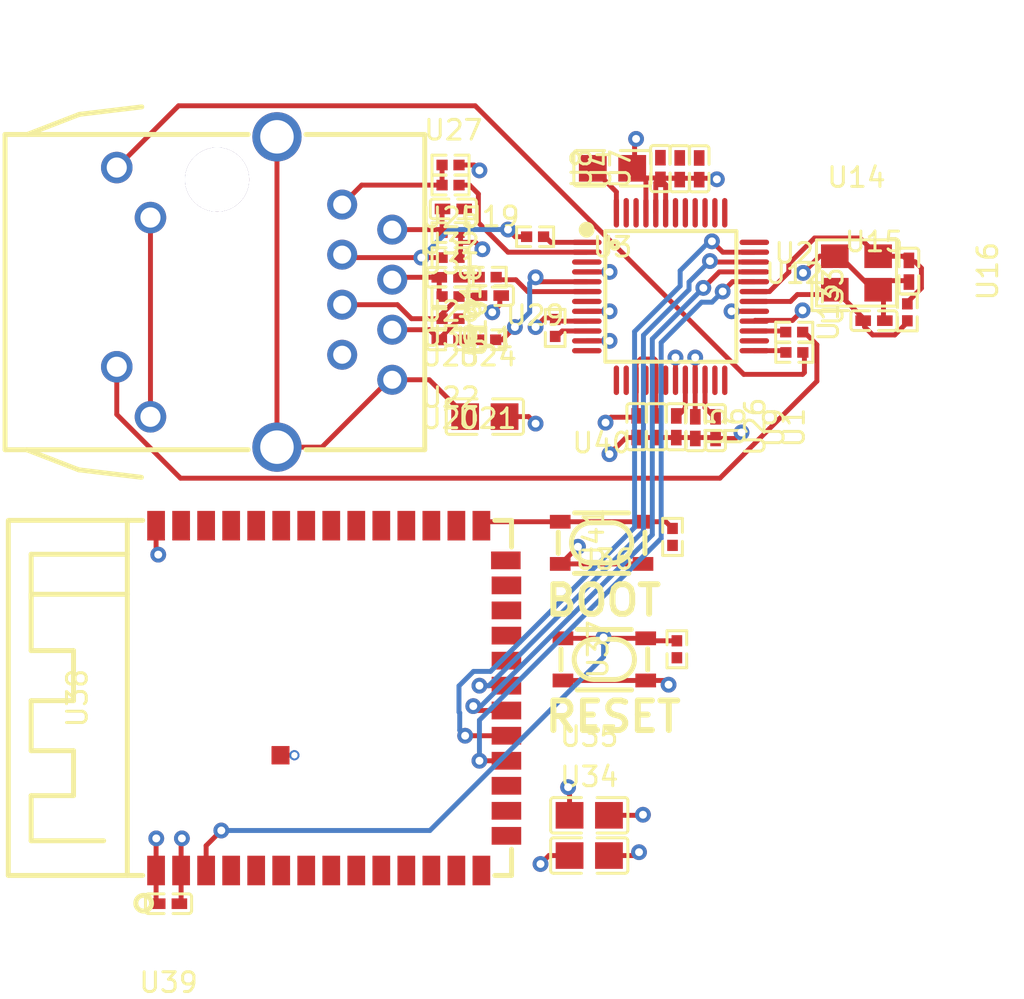
<source format=kicad_pcb>
(kicad_pcb (version 20240108) (generator "pcbnew") (generator_version "8.0")
  (layers (0 "F.Cu" signal) (31 "B.Cu" signal) (34 "B.Paste" user) (35 "F.Paste" user) (36 "B.SilkS" user "B.Silkscreen") (37 "F.SilkS" user "F.Silkscreen") (38 "B.Mask" user) (39 "F.Mask" user) (44 "Edge.Cuts" user))
  (net 0 "")
  (net 1 "line-1")
  (net 2 "RD_minus")
  (net 3 "io14")
  (net 4 "TXN")
  (net 5 "TXD0")
  (net 6 "TXP")
  (net 7 "io15")
  (net 8 "io21")
  (net 9 "RCT")
  (net 10 "xout")
  (net 11 "TOCAP")
  (net 12 "io16")
  (net 13 "io35")
  (net 14 "io17")
  (net 15 "mosi")
  (net 16 "RXN")
  (net 17 "TD_minus")
  (net 18 "xin")
  (net 19 "interrupt")
  (net 20 "io18")
  (net 21 "RLED_minus")
  (net 22 "EXRES1")
  (net 23 "tck")
  (net 24 "ACTLED")
  (net 25 "ethernet-net")
  (net 26 "SPDLED")
  (net 27 "io37")
  (net 28 "io36")
  (net 29 "io9")
  (net 30 "dm")
  (net 31 "io45")
  (net 32 "ethernet-net-1")
  (net 33 "miso")
  (net 34 "VBG")
  (net 35 "sck")
  (net 36 "io46")
  (net 37 "DUPLED")
  (net 38 "CGND")
  (net 39 "dp")
  (net 40 "tdi")
  (net 41 "tdo")
  (net 42 "reset")
  (net 43 "io5")
  (net 44 "RXP")
  (net 45 "io1")
  (net 46 "io47")
  (net 47 "RD_plus")
  (net 48 "io4")
  (net 49 "io3")
  (net 50 "hv")
  (net 51 "tms")
  (net 52 "TCT")
  (net 53 "io48")
  (net 54 "RXD0")
  (net 55 "in-1")
  (net 56 "TD_plus")
  (net 57 "io38")
  (net 58 "_1V2O")
  (net 59 "cs")
  (net 60 "LLED_minus")
  (net 61 "io8")
  (net 62 "gnd")
  (net 63 "io2")
  (net 64 "line")
  (net 65 "LINKLED")
  (net 66 "in")
  (footprint "atopile:R0402-56259e" (layer "F.Cu") (at 141.833575 84.400822)
    (property "Reference" "U25" (hide yes))
    (property "Value" "49.9Ω ±1% 62.5mW")
  )
  (footprint "atopile:C0402-b3ef17" (layer "F.Cu") (at 154.451634 77.917987 90)
    (property "Reference" "U7" (hide yes))
    (property "Value" "100nF ±10% 16V X7R")
  )
  (footprint "atopile:C0402-b3ef17" (layer "F.Cu") (at 141.813575 83.425 180)
    (property "Reference" "U23" (hide yes))
    (property "Value" "6.8nF ±10% 50V X7R")
  )
  (footprint "atopile:R0402-56259e" (layer "F.Cu") (at 141.833575 78.745 180)
    (property "Reference" "U31" (hide yes))
    (property "Value" "33Ω ±1% 62.5mW")
  )
  (footprint "atopile:R0402-56259e" (layer "F.Cu") (at 159.275 86.205)
    (property "Reference" "U2" (hide yes))
    (property "Value" "220Ω ±1% 62.5mW")
  )
  (footprint "atopile:C0805-3b2e55" (layer "F.Cu") (at 148.873732 110.728882)
    (property "Reference" "U35" (hide yes))
    (property "Value" "10µF ±10% 25V X5R")
  )
  (footprint "atopile:C0805-3b2e55" (layer "F.Cu") (at 143.575 90.495)
    (property "Reference" "U11" (hide yes))
    (property "Value" "1nF ±10% 50V X7R")
  )
  (footprint "atopile:R0402-56259e" (layer "F.Cu") (at 147.145 85.995 90)
    (property "Reference" "U10" (hide yes))
    (property "Value" "12.4kΩ ±1% 62.5mW")
  )
  (footprint "atopile:C0402-b3ef17" (layer "F.Cu") (at 163.325 85.625)
    (property "Reference" "U15" (hide yes))
    (property "Value" "10pF ±5% 50V C0G")
  )
  (footprint "atopile:C0402-b3ef17" (layer "F.Cu") (at 143.855125 84.352682)
    (property "Reference" "U19" (hide yes))
    (property "Value" "10nF ±10% 50V X7R")
  )
  (footprint "atopile:R0402-56259e" (layer "F.Cu") (at 146.125 81.365 180)
    (property "Reference" "U29" (hide yes))
    (property "Value" "33Ω ±1% 62.5mW")
  )
  (footprint "lib:WIRELM-SMD_ESP32-S3-WROOM-1" (layer "F.Cu") (at 135.78 104.78 90)
    (property "Reference" "U38" (hide yes))
    (property "Value" "")
  )
  (footprint "atopile:C0402-b3ef17" (layer "F.Cu") (at 155.285 91.055 -90)
    (property "Reference" "U1" (hide yes))
    (property "Value" "10nF ±10% 50V X7R")
  )
  (footprint "atopile:R0402-56259e" (layer "F.Cu") (at 153.1 96.6 90)
    (property "Reference" "U41" (hide yes))
    (property "Value" "10kΩ ±1% 62.5mW")
  )
  (footprint "atopile:C0402-b3ef17" (layer "F.Cu") (at 141.813575 86.605 180)
    (property "Reference" "U20" (hide yes))
    (property "Value" "6.8nF ±10% 50V X7R")
  )
  (footprint "atopile:R0402-56259e" (layer "F.Cu") (at 165.016791 85.201886 90)
    (property "Reference" "U13" (hide yes))
    (property "Value" "1MΩ ±1% 62.5mW")
  )
  (footprint "atopile:C0402-b3ef17" (layer "F.Cu") (at 151.283825 91.005907 -90)
    (property "Reference" "U5" (hide yes))
    (property "Value" "100nF ±10% 16V X7R")
  )
  (footprint "atopile:R0402-56259e" (layer "F.Cu") (at 143.695 86.595 180)
    (property "Reference" "U21" (hide yes))
    (property "Value" "33Ω ±1% 62.5mW")
  )
  (footprint "atopile:C0402-b3ef17" (layer "F.Cu") (at 165.096602 83.115794 -90)
    (property "Reference" "U16" (hide yes))
    (property "Value" "10pF ±5% 50V C0G")
  )
  (footprint "atopile:R0402-56259e" (layer "F.Cu") (at 141.833575 82.425 180)
    (property "Reference" "U30" (hide yes))
    (property "Value" "49.9Ω ±1% 62.5mW")
  )
  (footprint "lib:KEY-SMD_4P-L4.2-W3.2-P2.20-LS4.6" (layer "F.Cu") (at 149.5 96.9)
    (property "Reference" "U40" (hide yes))
    (property "Value" "")
  )
  (footprint "atopile:C0805-3b2e55" (layer "F.Cu") (at 150.053085 77.893019 180)
    (property "Reference" "U3" (hide yes))
    (property "Value" "10µF ±10% 25V X5R")
  )
  (footprint "atopile:C0402-b3ef17" (layer "F.Cu") (at 141.976754 79.955535)
    (property "Reference" "U27" (hide yes))
    (property "Value" "22nF ±10% 50V X7R")
  )
  (footprint "atopile:R0402-56259e" (layer "F.Cu") (at 141.833575 77.725546 180)
    (property "Reference" "U32" (hide yes))
    (property "Value" "49.9Ω ±1% 62.5mW")
  )
  (footprint "atopile:C0402-b3ef17" (layer "F.Cu") (at 152.269446 91.008947 -90)
    (property "Reference" "U6" (hide yes))
    (property "Value" "100nF ±10% 16V X7R")
  )
  (footprint "atopile:C0805-3b2e55" (layer "F.Cu") (at 148.873732 112.771261)
    (property "Reference" "U34" (hide yes))
    (property "Value" "10µF ±10% 25V X5R")
  )
  (footprint "atopile:R0402-56259e" (layer "F.Cu") (at 159.28304 87.237562)
    (property "Reference" "U12" (hide yes))
    (property "Value" "220Ω ±1% 62.5mW")
  )
  (footprint "atopile:R0402-56259e" (layer "F.Cu") (at 141.833575 85.525 180)
    (property "Reference" "U22" (hide yes))
    (property "Value" "49.9Ω ±1% 62.5mW")
  )
  (footprint "atopile:R0402-56259e" (layer "F.Cu") (at 141.833575 81.155 180)
    (property "Reference" "U28" (hide yes))
    (property "Value" "10Ω ±1% 62.5mW")
  )
  (footprint "lib:KEY-SMD_4P-L4.2-W3.2-P2.20-LS4.6" (layer "F.Cu") (at 149.63919 102.816157)
    (property "Reference" "U36" (hide yes))
    (property "Value" "")
  )
  (footprint "lib:CRYSTAL-SMD_4P-L3.2-W2.5-BL" (layer "F.Cu") (at 162.435 83.205)
    (property "Reference" "U14" (hide yes))
    (property "Value" "")
  )
  (footprint "lib:LQFP-48_L7.0-W7.0-P0.50-LS9.0-BL" (layer "F.Cu") (at 153 84.4 -90)
    (property "Reference" "U33" (hide yes))
    (property "Value" "")
  )
  (footprint "lib:RJ45-TH_J1B1211CCD" (layer "F.Cu") (at 131.885 84.175 -90)
    (property "Reference" "U18" (hide yes))
    (property "Value" "")
  )
  (footprint "atopile:C0402-b3ef17" (layer "F.Cu") (at 152.485 77.905 90)
    (property "Reference" "U8" (hide yes))
    (property "Value" "100nF ±10% 16V X7R")
  )
  (footprint "atopile:C0402-b3ef17" (layer "F.Cu") (at 154.255 91.055 -90)
    (property "Reference" "U9" (hide yes))
    (property "Value" "100nF ±10% 16V X7R")
  )
  (footprint "atopile:R0402-56259e" (layer "F.Cu") (at 143.720125 83.417682 180)
    (property "Reference" "U24" (hide yes))
    (property "Value" "33Ω ±1% 62.5mW")
  )
  (footprint "atopile:C0402-b3ef17" (layer "F.Cu") (at 153.291337 91.009466 -90)
    (property "Reference" "U26" (hide yes))
    (property "Value" "4.7µF ±10% 10V X5R")
  )
  (footprint "atopile:C0402-b3ef17" (layer "F.Cu") (at 127.522368 115.215416 180)
    (property "Reference" "U39" (hide yes))
    (property "Value" "100nF ±10% 16V X7R")
  )
  (footprint "atopile:C0402-b3ef17" (layer "F.Cu") (at 153.465 77.915 90)
    (property "Reference" "U4" (hide yes))
    (property "Value" "100nF ±10% 16V X7R")
  )
  (footprint "atopile:R0402-56259e" (layer "F.Cu") (at 153.320453 102.301814 90)
    (property "Reference" "U37" (hide yes))
    (property "Value" "10kΩ ±1% 62.5mW")
  )
  (gr_text "RESET" (at 146.5 106.6 0) (layer "F.SilkS") (effects (font (size 1.5 1.5) (thickness 0.3)) (justify left bottom)))
  (gr_text "BOOT" (at 146.5 100.7 0) (layer "F.SilkS") (effects (font (size 1.5 1.5) (thickness 0.3)) (justify left bottom)))
  (segment (start 138.875 86.085) (end 140.765 86.085) (width 0.25) (layer "F.Cu") (net 2))
  (segment (start 141.285 86.525) (end 142.285 85.525) (width 0.25) (layer "F.Cu") (net 2))
  (segment (start 138.875 86.085) (end 138.905 86.115) (width 0.25) (layer "F.Cu") (net 2))
  (segment (start 138.905 86.115) (end 138.905 86.605) (width 0.25) (layer "F.Cu") (net 2))
  (segment (start 138.905 86.055) (end 138.875 86.085) (width 0.25) (layer "F.Cu") (net 2))
  (segment (start 140.765 86.085) (end 141.285 86.605) (width 0.25) (layer "F.Cu") (net 2))
  (segment (start 141.285 86.605) (end 141.285 86.525) (width 0.25) (layer "F.Cu") (net 2))
  (segment (start 146.92 81.65) (end 146.635 81.365) (width 0.25) (layer "F.Cu") (net 4))
  (segment (start 148.75 81.65) (end 146.92 81.65) (width 0.25) (layer "F.Cu") (net 4))
  (segment (start 142.798575 78.745) (end 142.263575 78.745) (width 0.25) (layer "F.Cu") (net 6))
  (segment (start 144.75 82.15) (end 143.246754 80.646754) (width 0.25) (layer "F.Cu") (net 6))
  (segment (start 143.246754 80.646754) (end 143.246754 79.193179) (width 0.25) (layer "F.Cu") (net 6))
  (segment (start 144.75 82.15) (end 148.75 82.15) (width 0.25) (layer "F.Cu") (net 6))
  (segment (start 143.246754 79.193179) (end 142.798575 78.745) (width 0.25) (layer "F.Cu") (net 6))
  (segment (start 142.327564 84.352682) (end 142.279424 84.400822) (width 0.25) (layer "F.Cu") (net 9))
  (segment (start 139.139422 84.815) (end 136.335 84.815) (width 0.25) (layer "F.Cu") (net 9))
  (segment (start 141.265 85.525) (end 139.849422 85.525) (width 0.25) (layer "F.Cu") (net 9))
  (segment (start 139.849422 85.525) (end 139.139422 84.815) (width 0.25) (layer "F.Cu") (net 9))
  (segment (start 141.265 85.415246) (end 141.265 85.525) (width 0.25) (layer "F.Cu") (net 9))
  (segment (start 143.375125 84.352682) (end 142.327564 84.352682) (width 0.25) (layer "F.Cu") (net 9))
  (segment (start 142.279424 84.400822) (end 141.265 85.415246) (width 0.25) (layer "F.Cu") (net 9))
  (segment (start 159 83.165538) (end 159 82.74) (width 0.25) (layer "F.Cu") (net 10))
  (segment (start 165.406601 82.635794) (end 165.096602 82.635794) (width 0.25) (layer "F.Cu") (net 10))
  (segment (start 160.31 81.43) (end 162.61 81.43) (width 0.25) (layer "F.Cu") (net 10))
  (segment (start 165.731602 82.960795) (end 165.406601 82.635794) (width 0.25) (layer "F.Cu") (net 10))
  (segment (start 162.61 81.43) (end 163.535 82.355) (width 0.25) (layer "F.Cu") (net 10))
  (segment (start 165.731602 83.977075) (end 165.731602 82.960795) (width 0.25) (layer "F.Cu") (net 10))
  (segment (start 158.015538 84.15) (end 159 83.165538) (width 0.25) (layer "F.Cu") (net 10))
  (segment (start 165.016791 84.691886) (end 165.731602 83.977075) (width 0.25) (layer "F.Cu") (net 10))
  (segment (start 164.815808 82.355) (end 165.096602 82.635794) (width 0.25) (layer "F.Cu") (net 10))
  (segment (start 159 82.74) (end 160.31 81.43) (width 0.25) (layer "F.Cu") (net 10))
  (segment (start 157.25 84.15) (end 158.015538 84.15) (width 0.25) (layer "F.Cu") (net 10))
  (segment (start 163.535 82.355) (end 164.815808 82.355) (width 0.25) (layer "F.Cu") (net 10))
  (segment (start 153.75 90.070803) (end 153.75 88.65) (width 0.25) (layer "F.Cu") (net 11))
  (segment (start 153.291337 90.529466) (end 153.75 90.070803) (width 0.25) (layer "F.Cu") (net 11))
  (segment (start 142.575 106.69) (end 144.67 106.69) (width 0.25) (layer "F.Cu") (net 15))
  (segment (start 155.65 82.15) (end 157.25 82.15) (width 0.25) (layer "F.Cu") (net 15))
  (segment (start 155.1 81.6) (end 155.65 82.15) (width 0.25) (layer "F.Cu") (net 15))
  (via (at 142.575 106.69) (size 0.8) (drill 0.4) (layers "F.Cu" "B.Cu") (net 15))
  (via (at 155.1 81.6) (size 0.8) (drill 0.4) (layers "F.Cu" "B.Cu") (net 15))
  (segment (start 151.173914 86.1786) (end 153.487653 83.864861) (width 0.25) (layer "B.Cu") (net 15))
  (segment (start 142.999695 103.425) (end 143.865812 103.425) (width 0.25) (layer "B.Cu") (net 15))
  (segment (start 151.173914 96.116898) (end 151.173914 86.1786) (width 0.25) (layer "B.Cu") (net 15))
  (segment (start 154.974695 81.6) (end 155.1 81.6) (width 0.25) (layer "B.Cu") (net 15))
  (segment (start 142.3 105.525305) (end 142.262347 105.487652) (width 0.25) (layer "B.Cu") (net 15))
  (segment (start 153.487653 83.087042) (end 154.974695 81.6) (width 0.25) (layer "B.Cu") (net 15))
  (segment (start 153.487653 83.864861) (end 153.487653 83.087042) (width 0.25) (layer "B.Cu") (net 15))
  (segment (start 143.865812 103.425) (end 151.173914 96.116898) (width 0.25) (layer "B.Cu") (net 15))
  (segment (start 142.262347 105.487652) (end 142.262347 104.162348) (width 0.25) (layer "B.Cu") (net 15))
  (segment (start 142.575 106.69) (end 142.3 106.415) (width 0.25) (layer "B.Cu") (net 15))
  (segment (start 142.262347 104.162348) (end 142.999695 103.425) (width 0.25) (layer "B.Cu") (net 15))
  (segment (start 142.3 106.415) (end 142.3 105.525305) (width 0.25) (layer "B.Cu") (net 15))
  (segment (start 144.455 86.595) (end 145.1 85.95) (width 0.25) (layer "F.Cu") (net 16))
  (segment (start 146.375 83.65) (end 146.15 83.425) (width 0.25) (layer "F.Cu") (net 16))
  (segment (start 148.75 83.65) (end 146.375 83.65) (width 0.25) (layer "F.Cu") (net 16))
  (segment (start 144.205 86.595) (end 144.455 86.595) (width 0.25) (layer "F.Cu") (net 16))
  (via (at 145.1 85.95) (size 0.8) (drill 0.4) (layers "F.Cu" "B.Cu") (net 16))
  (via (at 146.15 83.425) (size 0.8) (drill 0.4) (layers "F.Cu" "B.Cu") (net 16))
  (segment (start 145.85 83.725) (end 145.85 85.2) (width 0.25) (layer "B.Cu") (net 16))
  (segment (start 145.85 85.2) (end 145.1 85.95) (width 0.25) (layer "B.Cu") (net 16))
  (segment (start 146.15 83.425) (end 145.85 83.725) (width 0.25) (layer "B.Cu") (net 16))
  (segment (start 145.115 81.365) (end 144.75 81) (width 0.25) (layer "F.Cu") (net 17))
  (segment (start 136.485 82.425) (end 136.335 82.275) (width 0.25) (layer "F.Cu") (net 17))
  (segment (start 141.285 82.425) (end 140.35 82.425) (width 0.25) (layer "F.Cu") (net 17))
  (segment (start 145.615 81.365) (end 145.115 81.365) (width 0.25) (layer "F.Cu") (net 17))
  (segment (start 140.35 82.425) (end 136.485 82.425) (width 0.25) (layer "F.Cu") (net 17))
  (via (at 144.75 81) (size 0.8) (drill 0.4) (layers "F.Cu" "B.Cu") (net 17))
  (via (at 140.35 82.425) (size 0.8) (drill 0.4) (layers "F.Cu" "B.Cu") (net 17))
  (segment (start 141.775 81) (end 140.35 82.425) (width 0.25) (layer "B.Cu") (net 17))
  (segment (start 144.75 81) (end 141.775 81) (width 0.25) (layer "B.Cu") (net 17))
  (segment (start 163.260001 86.35) (end 164.378677 86.35) (width 0.25) (layer "F.Cu") (net 18))
  (segment (start 159.086396 84.65) (end 157.25 84.65) (width 0.25) (layer "F.Cu") (net 18))
  (segment (start 162.845 85.934999) (end 163.260001 86.35) (width 0.25) (layer "F.Cu") (net 18))
  (segment (start 164.378677 86.35) (end 165.016791 85.711886) (width 0.25) (layer "F.Cu") (net 18))
  (segment (start 161.09 84.3) (end 159.436396 84.3) (width 0.25) (layer "F.Cu") (net 18))
  (segment (start 162.845 85.625) (end 162.845 85.934999) (width 0.25) (layer "F.Cu") (net 18))
  (segment (start 162.845 85.565) (end 161.335 84.055) (width 0.25) (layer "F.Cu") (net 18))
  (segment (start 162.845 85.625) (end 162.845 85.565) (width 0.25) (layer "F.Cu") (net 18))
  (segment (start 161.335 84.055) (end 161.09 84.3) (width 0.25) (layer "F.Cu") (net 18))
  (segment (start 159.436396 84.3) (end 159.086396 84.65) (width 0.25) (layer "F.Cu") (net 18))
  (segment (start 124.895 90.385991) (end 124.895 87.965) (width 0.25) (layer "F.Cu") (net 21))
  (segment (start 160.425 86.845) (end 160.425 88.7) (width 0.25) (layer "F.Cu") (net 21))
  (segment (start 155.505 93.62) (end 128.129009 93.62) (width 0.25) (layer "F.Cu") (net 21))
  (segment (start 160.425 88.7) (end 155.505 93.62) (width 0.25) (layer "F.Cu") (net 21))
  (segment (start 159.785 86.205) (end 160.425 86.845) (width 0.25) (layer "F.Cu") (net 21))
  (segment (start 128.129009 93.62) (end 124.895 90.385991) (width 0.25) (layer "F.Cu") (net 21))
  (segment (start 124.965 87.895) (end 124.895 87.965) (width 0.25) (layer "B.Cu") (net 21))
  (segment (start 148.75 86.15) (end 147.5 86.15) (width 0.25) (layer "F.Cu") (net 22))
  (segment (start 147.5 86.15) (end 147.145 86.505) (width 0.25) (layer "F.Cu") (net 22))
  (segment (start 157.25 86.15) (end 158.71 86.15) (width 0.25) (layer "F.Cu") (net 24))
  (segment (start 158.71 86.15) (end 158.765 86.205) (width 0.25) (layer "F.Cu") (net 24))
  (segment (start 142.252318 83.417682) (end 142.245 83.425) (width 0.25) (layer "F.Cu") (net 25))
  (segment (start 143.210125 83.417682) (end 142.252318 83.417682) (width 0.25) (layer "F.Cu") (net 25))
  (segment (start 142.303575 86.595) (end 142.293575 86.605) (width 0.25) (layer "F.Cu") (net 32))
  (segment (start 143.185 86.595) (end 142.303575 86.595) (width 0.25) (layer "F.Cu") (net 32))
  (segment (start 155 82.6) (end 155.05 82.65) (width 0.25) (layer "F.Cu") (net 33))
  (segment (start 155.05 82.65) (end 157.25 82.65) (width 0.25) (layer "F.Cu") (net 33))
  (segment (start 143.3 104.15) (end 144.67 104.15) (width 0.25) (layer "F.Cu") (net 33))
  (via (at 143.3 104.15) (size 0.8) (drill 0.4) (layers "F.Cu" "B.Cu") (net 33))
  (via (at 155 82.6) (size 0.8) (drill 0.4) (layers "F.Cu" "B.Cu") (net 33))
  (segment (start 151.623914 86.364996) (end 153.937653 84.051257) (width 0.25) (layer "B.Cu") (net 33))
  (segment (start 153.937653 83.662348) (end 155 82.600001) (width 0.25) (layer "B.Cu") (net 33))
  (segment (start 153.937653 84.051257) (end 153.937653 83.662348) (width 0.25) (layer "B.Cu") (net 33))
  (segment (start 143.777208 104.15) (end 151.623914 96.303294) (width 0.25) (layer "B.Cu") (net 33))
  (segment (start 143.3 104.15) (end 143.777208 104.15) (width 0.25) (layer "B.Cu") (net 33))
  (segment (start 155 82.600001) (end 155 82.6) (width 0.25) (layer "B.Cu") (net 33))
  (segment (start 151.623914 96.303294) (end 151.623914 86.364996) (width 0.25) (layer "B.Cu") (net 33))
  (segment (start 143.21 105.41) (end 144.67 105.41) (width 0.25) (layer "F.Cu") (net 35))
  (segment (start 155.475306 83.15) (end 157.25 83.15) (width 0.25) (layer "F.Cu") (net 35))
  (segment (start 142.987347 105.187347) (end 143.21 105.41) (width 0.25) (layer "F.Cu") (net 35))
  (segment (start 154.662653 83.962653) (end 155.475306 83.15) (width 0.25) (layer "F.Cu") (net 35))
  (via (at 154.662653 83.962653) (size 0.8) (drill 0.4) (layers "F.Cu" "B.Cu") (net 35))
  (via (at 142.987347 105.187347) (size 0.8) (drill 0.4) (layers "F.Cu" "B.Cu") (net 35))
  (segment (start 143.376257 105.187347) (end 152.073914 96.48969) (width 0.25) (layer "B.Cu") (net 35))
  (segment (start 152.073914 96.48969) (end 152.073914 86.551392) (width 0.25) (layer "B.Cu") (net 35))
  (segment (start 152.073914 86.551392) (end 154.662653 83.962653) (width 0.25) (layer "B.Cu") (net 35))
  (segment (start 142.987347 105.187347) (end 143.376257 105.187347) (width 0.25) (layer "B.Cu") (net 35))
  (segment (start 142.625 90.495) (end 140.755 88.625) (width 0.25) (layer "F.Cu") (net 38))
  (segment (start 140.755 88.625) (end 138.875 88.625) (width 0.25) (layer "F.Cu") (net 38))
  (segment (start 133.025 92.045) (end 133.025 76.295) (width 0.25) (layer "F.Cu") (net 38))
  (segment (start 138.725 88.625) (end 135.305 92.045) (width 0.25) (layer "F.Cu") (net 38))
  (segment (start 135.305 92.045) (end 133.025 92.045) (width 0.25) (layer "F.Cu") (net 38))
  (segment (start 138.875 88.625) (end 138.725 88.625) (width 0.25) (layer "F.Cu") (net 38))
  (segment (start 145.15 83.55) (end 145.75 84.15) (width 0.25) (layer "F.Cu") (net 44))
  (segment (start 145.75 84.15) (end 148.75 84.15) (width 0.25) (layer "F.Cu") (net 44))
  (segment (start 144.230125 83.417682) (end 144.362443 83.55) (width 0.25) (layer "F.Cu") (net 44))
  (segment (start 144.362443 83.55) (end 145.15 83.55) (width 0.25) (layer "F.Cu") (net 44))
  (segment (start 141.285 83.425) (end 138.995 83.425) (width 0.25) (layer "F.Cu") (net 47))
  (segment (start 138.995 83.425) (end 138.875 83.545) (width 0.25) (layer "F.Cu") (net 47))
  (segment (start 141.259424 84.400822) (end 141.259424 83.450576) (width 0.25) (layer "F.Cu") (net 47))
  (segment (start 141.259424 83.450576) (end 141.285 83.425) (width 0.25) (layer "F.Cu") (net 47))
  (segment (start 147.873732 110.728882) (end 147.873732 109.373732) (width 0.25) (layer "F.Cu") (net 50))
  (segment (start 151.75 78.42) (end 151.175 77.845) (width 0.25) (layer "F.Cu") (net 50))
  (segment (start 142.343575 81.65) (end 142.343575 82.425) (width 0.25) (layer "F.Cu") (net 50))
  (segment (start 128.16 115.057784) (end 128.002368 115.215416) (width 0.25) (layer "F.Cu") (net 50))
  (segment (start 151.175 76.475) (end 151.25 76.4) (width 0.25) (layer "F.Cu") (net 50))
  (segment (start 151.332918 90.575) (end 151.283825 90.525907) (width 0.25) (layer "F.Cu") (net 50))
  (segment (start 155.297987 78.397987) (end 155.35 78.45) (width 0.25) (layer "F.Cu") (net 50))
  (segment (start 154.251516 87.494871) (end 154.25 87.496387) (width 0.25) (layer "F.Cu") (net 50))
  (segment (start 151.175 77.845) (end 151.175 76.475) (width 0.25) (layer "F.Cu") (net 50))
  (segment (start 149.974093 90.525907) (end 151.283825 90.525907) (width 0.25) (layer "F.Cu") (net 50))
  (segment (start 147.873732 109.373732) (end 147.8 109.3) (width 0.25) (layer "F.Cu") (net 50))
  (segment (start 159.19 85.61) (end 159.7 85.1) (width 0.25) (layer "F.Cu") (net 50))
  (segment (start 128.16 113.53) (end 128.16 111.94) (width 0.25) (layer "F.Cu") (net 50))
  (segment (start 152.25 87.884462) (end 152.25 88.65) (width 0.25) (layer "F.Cu") (net 50))
  (segment (start 152.497987 78.397987) (end 152.485 78.385) (width 0.25) (layer "F.Cu") (net 50))
  (segment (start 149.903684 85.15) (end 148.75 85.15) (width 0.25) (layer "F.Cu") (net 50))
  (segment (start 152.25 90.509501) (end 152.269446 90.528947) (width 0.25) (layer "F.Cu") (net 50))
  (segment (start 152.175 87.575) (end 151.479462 87.575) (width 0.25) (layer "F.Cu") (net 50))
  (segment (start 149.7 90.8) (end 149.974093 90.525907) (width 0.25) (layer "F.Cu") (net 50))
  (segment (start 149.903721 83.15) (end 148.75 83.15) (width 0.25) (layer "F.Cu") (net 50))
  (segment (start 152.75 78.72) (end 152.485 78.455) (width 0.25) (layer "F.Cu") (net 50))
  (segment (start 147.873732 112.771261) (end 146.828739 112.771261) (width 0.25) (layer "F.Cu") (net 50))
  (segment (start 151.479462 87.575) (end 151.25 87.804462) (width 0.25) (layer "F.Cu") (net 50))
  (segment (start 152.545 78.395) (end 153.465 78.395) (width 0.25) (layer "F.Cu") (net 50))
  (segment (start 149.90379 83.149931) (end 149.903721 83.15) (width 0.25) (layer "F.Cu") (net 50))
  (segment (start 151.75 80.15) (end 151.75 78.42) (width 0.25) (layer "F.Cu") (net 50))
  (segment (start 154.25 87.496387) (end 154.25 88.65) (width 0.25) (layer "F.Cu") (net 50))
  (segment (start 151.715 78.385) (end 151.175 77.845) (width 0.25) (layer "F.Cu") (net 50))
  (segment (start 152.25 88.65) (end 152.25 87.65) (width 0.25) (layer "F.Cu") (net 50))
  (segment (start 152.485 78.455) (end 152.545 78.395) (width 0.25) (layer "F.Cu") (net 50))
  (segment (start 154.451634 78.397987) (end 152.497987 78.397987) (width 0.25) (layer "F.Cu") (net 50))
  (segment (start 152.25 88.65) (end 152.25 90.509501) (width 0.25) (layer "F.Cu") (net 50))
  (segment (start 157.29 85.61) (end 159.19 85.61) (width 0.25) (layer "F.Cu") (net 50))
  (segment (start 151.25 90.492082) (end 151.283825 90.525907) (width 0.25) (layer "F.Cu") (net 50))
  (segment (start 151.25 87.804462) (end 151.25 88.65) (width 0.25) (layer "F.Cu") (net 50))
  (segment (start 128.16 113.53) (end 128.16 115.057784) (width 0.25) (layer "F.Cu") (net 50))
  (segment (start 154.25 90.57) (end 154.255 90.575) (width 0.25) (layer "F.Cu") (net 50))
  (segment (start 152.75 80.15) (end 152.75 78.72) (width 0.25) (layer "F.Cu") (net 50))
  (segment (start 152.485 78.385) (end 151.715 78.385) (width 0.25) (layer "F.Cu") (net 50))
  (segment (start 142.343575 81.235) (end 142.343575 81.65) (width 0.25) (layer "F.Cu") (net 50))
  (segment (start 128.16 111.94) (end 128.2 111.9) (width 0.25) (layer "F.Cu") (net 50))
  (segment (start 151.25 88.65) (end 151.25 90.492082) (width 0.25) (layer "F.Cu") (net 50))
  (segment (start 142.343575 81.65) (end 143.1 81.65) (width 0.25) (layer "F.Cu") (net 50))
  (segment (start 152.25 87.65) (end 152.175 87.575) (width 0.25) (layer "F.Cu") (net 50))
  (segment (start 152.25 80.15) (end 152.25 78.62) (width 0.25) (layer "F.Cu") (net 50))
  (segment (start 149.904265 85.149419) (end 149.903684 85.15) (width 0.25) (layer "F.Cu") (net 50))
  (segment (start 148.75 86.65) (end 149.903666 86.65) (width 0.25) (layer "F.Cu") (net 50))
  (segment (start 146.828739 112.771261) (end 146.4 113.2) (width 0.25) (layer "F.Cu") (net 50))
  (segment (start 142.343575 77.725546) (end 143.025546 77.725546) (width 0.25) (layer "F.Cu") (net 50))
  (segment (start 154.451634 78.397987) (end 155.297987 78.397987) (width 0.25) (layer "F.Cu") (net 50))
  (segment (start 149.903666 86.65) (end 149.904486 86.64918) (width 0.25) (layer "F.Cu") (net 50))
  (segment (start 152.25 78.62) (end 152.485 78.385) (width 0.25) (layer "F.Cu") (net 50))
  (segment (start 157.25 85.65) (end 157.29 85.61) (width 0.25) (layer "F.Cu") (net 50))
  (segment (start 126.605 90.505) (end 126.605 80.395) (width 0.25) (layer "F.Cu") (net 50))
  (segment (start 142.263575 81.155) (end 142.343575 81.235) (width 0.25) (layer "F.Cu") (net 50))
  (segment (start 143.1 81.65) (end 143.45 82) (width 0.25) (layer "F.Cu") (net 50))
  (segment (start 143.025546 77.725546) (end 143.3 78) (width 0.25) (layer "F.Cu") (net 50))
  (segment (start 154.25 88.65) (end 154.25 90.57) (width 0.25) (layer "F.Cu") (net 50))
  (via (at 146.4 113.2) (size 0.8) (drill 0.4) (layers "F.Cu" "B.Cu") (net 50))
  (via (at 149.904265 85.149419) (size 0.8) (drill 0.4) (layers "F.Cu" "B.Cu") (net 50))
  (via (at 151.25 76.4) (size 0.8) (drill 0.4) (layers "F.Cu" "B.Cu") (net 50))
  (via (at 159.7 85.1) (size 0.8) (drill 0.4) (layers "F.Cu" "B.Cu") (net 50))
  (via (at 143.45 82) (size 0.8) (drill 0.4) (layers "F.Cu" "B.Cu") (net 50))
  (via (at 128.2 111.9) (size 0.8) (drill 0.4) (layers "F.Cu" "B.Cu") (net 50))
  (via (at 154.251516 87.494871) (size 0.8) (drill 0.4) (layers "F.Cu" "B.Cu") (net 50))
  (via (at 149.90379 83.149931) (size 0.8) (drill 0.4) (layers "F.Cu" "B.Cu") (net 50))
  (via (at 149.904486 86.64918) (size 0.8) (drill 0.4) (layers "F.Cu" "B.Cu") (net 50))
  (via (at 147.8 109.3) (size 0.8) (drill 0.4) (layers "F.Cu" "B.Cu") (net 50))
  (via (at 155.35 78.45) (size 0.8) (drill 0.4) (layers "F.Cu" "B.Cu") (net 50))
  (via (at 149.7 90.8) (size 0.8) (drill 0.4) (layers "F.Cu" "B.Cu") (net 50))
  (via (at 143.3 78) (size 0.8) (drill 0.4) (layers "F.Cu" "B.Cu") (net 50))
  (segment (start 141.403575 79.978714) (end 141.426754 79.955535) (width 0.25) (layer "F.Cu") (net 52))
  (segment (start 141.403575 81.155) (end 141.403575 79.978714) (width 0.25) (layer "F.Cu") (net 52))
  (segment (start 141.253575 81.005) (end 138.875 81.005) (width 0.25) (layer "F.Cu") (net 52))
  (segment (start 141.403575 81.155) (end 141.253575 81.005) (width 0.25) (layer "F.Cu") (net 52))
  (segment (start 129.43 113.53) (end 129.43 112.27) (width 0.25) (layer "F.Cu") (net 55))
  (segment (start 153.320453 101.871814) (end 151.864847 101.871814) (width 0.25) (layer "F.Cu") (net 55))
  (segment (start 151.864847 101.871814) (end 151.73919 101.746157) (width 0.25) (layer "F.Cu") (net 55))
  (segment (start 129.43 112.27) (end 130.2 111.5) (width 0.25) (layer "F.Cu") (net 55))
  (segment (start 151.73919 101.746157) (end 147.53919 101.746157) (width 0.25) (layer "F.Cu") (net 55))
  (via (at 149.6 101.7) (size 0.8) (drill 0.4) (layers "F.Cu" "B.Cu") (net 55))
  (via (at 130.2 111.5) (size 0.8) (drill 0.4) (layers "F.Cu" "B.Cu") (net 55))
  (segment (start 130.2 111.5) (end 140.785305 111.5) (width 0.25) (layer "B.Cu") (net 55))
  (segment (start 140.785305 111.5) (end 149.6 102.685305) (width 0.25) (layer "B.Cu") (net 55))
  (segment (start 149.6 102.685305) (end 149.6 101.7) (width 0.25) (layer "B.Cu") (net 55))
  (segment (start 136.345 79.745) (end 136.335 79.735) (width 0.25) (layer "F.Cu") (net 56))
  (segment (start 141.403575 78.745) (end 137.325 78.745) (width 0.25) (layer "F.Cu") (net 56))
  (segment (start 137.325 78.745) (end 136.335 79.735) (width 0.25) (layer "F.Cu") (net 56))
  (segment (start 141.403575 77.725546) (end 141.403575 78.745) (width 0.25) (layer "F.Cu") (net 56))
  (segment (start 154.75 88.65) (end 154.75 90.04) (width 0.25) (layer "F.Cu") (net 58))
  (segment (start 154.75 90.04) (end 155.285 90.575) (width 0.25) (layer "F.Cu") (net 58))
  (segment (start 143.3 107.96) (end 144.67 107.96) (width 0.25) (layer "F.Cu") (net 59))
  (segment (start 157.25 83.65) (end 156.141522 83.65) (width 0.25) (layer "F.Cu") (net 59))
  (segment (start 156.141522 83.65) (end 155.645746 84.145776) (width 0.25) (layer "F.Cu") (net 59))
  (via (at 143.3 107.96) (size 0.8) (drill 0.4) (layers "F.Cu" "B.Cu") (net 59))
  (via (at 155.645746 84.145776) (size 0.8) (drill 0.4) (layers "F.Cu" "B.Cu") (net 59))
  (segment (start 154.574049 84.687653) (end 155.103869 84.687653) (width 0.25) (layer "B.Cu") (net 59))
  (segment (start 152.523914 86.737788) (end 154.574049 84.687653) (width 0.25) (layer "B.Cu") (net 59))
  (segment (start 152.523914 96.676086) (end 152.523914 86.737788) (width 0.25) (layer "B.Cu") (net 59))
  (segment (start 155.103869 84.687653) (end 155.645746 84.145776) (width 0.25) (layer "B.Cu") (net 59))
  (segment (start 143.3 107.96) (end 143.3 105.9) (width 0.25) (layer "B.Cu") (net 59))
  (segment (start 143.3 105.9) (end 152.523914 96.676086) (width 0.25) (layer "B.Cu") (net 59))
  (segment (start 159.79304 88.25696) (end 159.7 88.35) (width 0.25) (layer "F.Cu") (net 60))
  (segment (start 128.03 74.72) (end 124.895 77.855) (width 0.25) (layer "F.Cu") (net 60))
  (segment (start 156.715538 88.35) (end 143.085538 74.72) (width 0.25) (layer "F.Cu") (net 60))
  (segment (start 143.085538 74.72) (end 128.03 74.72) (width 0.25) (layer "F.Cu") (net 60))
  (segment (start 159.7 88.35) (end 156.715538 88.35) (width 0.25) (layer "F.Cu") (net 60))
  (segment (start 159.79304 87.237562) (end 159.79304 88.25696) (width 0.25) (layer "F.Cu") (net 60))
  (segment (start 145.795 90.495) (end 146.15 90.85) (width 0.25) (layer "F.Cu") (net 62))
  (segment (start 126.89 97.39) (end 127 97.5) (width 0.25) (layer "F.Cu") (net 62))
  (segment (start 144.575 90.495) (end 145.795 90.495) (width 0.25) (layer "F.Cu") (net 62))
  (segment (start 155.285 91.605) (end 156.295 91.605) (width 0.25) (layer "F.Cu") (net 62))
  (segment (start 149.873732 112.771261) (end 151.228739 112.771261) (width 0.25) (layer "F.Cu") (net 62))
  (segment (start 156.094774 85.14838) (end 156.096394 85.15) (width 0.25) (layer "F.Cu") (net 62))
  (segment (start 161.335 82.355) (end 161.585 82.355) (width 0.25) (layer "F.Cu") (net 62))
  (segment (start 151.283825 91.555907) (end 150.744093 91.555907) (width 0.25) (layer "F.Cu") (net 62))
  (segment (start 147.43 97.97) (end 148.3 97.1) (width 0.25) (layer "F.Cu") (net 62))
  (segment (start 155.235907 91.555907) (end 155.285 91.605) (width 0.25) (layer "F.Cu") (net 62))
  (segment (start 163.805 84.325) (end 163.535 84.055) (width 0.25) (layer "F.Cu") (net 62))
  (segment (start 160.570312 82.355) (end 161.335 82.355) (width 0.25) (layer "F.Cu") (net 62))
  (segment (start 151.6 97.97) (end 147.4 97.97) (width 0.25) (layer "F.Cu") (net 62))
  (segment (start 161.585 82.355) (end 163.285 84.055) (width 0.25) (layer "F.Cu") (net 62))
  (segment (start 150.25 79.089934) (end 149.053085 77.893019) (width 0.25) (layer "F.Cu") (net 62))
  (segment (start 151.283825 91.555907) (end 155.235907 91.555907) (width 0.25) (layer "F.Cu") (net 62))
  (segment (start 165.096602 83.595794) (end 163.994206 83.595794) (width 0.25) (layer "F.Cu") (net 62))
  (segment (start 151.228739 112.771261) (end 151.4 112.6) (width 0.25) (layer "F.Cu") (net 62))
  (segment (start 151.73919 103.886157) (end 152.686157 103.886157) (width 0.25) (layer "F.Cu") (net 62))
  (segment (start 153.248914 87.495268) (end 153.25 87.496354) (width 0.25) (layer "F.Cu") (net 62))
  (segment (start 163.994206 83.595794) (end 163.535 84.055) (width 0.25) (layer "F.Cu") (net 62))
  (segment (start 156.295 91.605) (end 156.6 91.3) (width 0.25) (layer "F.Cu") (net 62))
  (segment (start 147.53919 103.886157) (end 151.73919 103.886157) (width 0.25) (layer "F.Cu") (net 62))
  (segment (start 147.145 85.485) (end 146.615 85.485) (width 0.25) (layer "F.Cu") (net 62))
  (segment (start 147.31 85.65) (end 147.145 85.485) (width 0.25) (layer "F.Cu") (net 62))
  (segment (start 150.744093 91.555907) (end 149.9 92.4) (width 0.25) (layer "F.Cu") (net 62))
  (segment (start 147.4 97.97) (end 147.43 97.97) (width 0.25) (layer "F.Cu") (net 62))
  (segment (start 148.75 85.65) (end 147.31 85.65) (width 0.25) (layer "F.Cu") (net 62))
  (segment (start 152.686157 103.886157) (end 152.9 104.1) (width 0.25) (layer "F.Cu") (net 62))
  (segment (start 156.096394 85.15) (end 157.25 85.15) (width 0.25) (layer "F.Cu") (net 62))
  (segment (start 126.89 115.063048) (end 127.042368 115.215416) (width 0.25) (layer "F.Cu") (net 62))
  (segment (start 159.724124 83.201188) (end 160.570312 82.355) (width 0.25) (layer "F.Cu") (net 62))
  (segment (start 150.25 80.15) (end 150.25 79.089934) (width 0.25) (layer "F.Cu") (net 62))
  (segment (start 126.89 96.03) (end 126.89 97.39) (width 0.25) (layer "F.Cu") (net 62))
  (segment (start 149.873732 110.728882) (end 151.571118 110.728882) (width 0.25) (layer "F.Cu") (net 62))
  (segment (start 126.89 113.53) (end 126.89 115.063048) (width 0.25) (layer "F.Cu") (net 62))
  (segment (start 144.335125 84.352682) (end 144.335125 84.814875) (width 0.25) (layer "F.Cu") (net 62))
  (segment (start 146.615 85.485) (end 146.15 85.95) (width 0.25) (layer "F.Cu") (net 62))
  (segment (start 126.89 111.91) (end 126.9 111.9) (width 0.25) (layer "F.Cu") (net 62))
  (segment (start 126.89 113.53) (end 126.89 111.91) (width 0.25) (layer "F.Cu") (net 62))
  (segment (start 163.285 84.055) (end 163.535 84.055) (width 0.25) (layer "F.Cu") (net 62))
  (segment (start 153.25 87.496354) (end 153.25 88.65) (width 0.25) (layer "F.Cu") (net 62))
  (segment (start 144.335125 84.814875) (end 143.95 85.2) (width 0.25) (layer "F.Cu") (net 62))
  (segment (start 163.805 85.625) (end 163.805 84.325) (width 0.25) (layer "F.Cu") (net 62))
  (segment (start 151.571118 110.728882) (end 151.6 110.7) (width 0.25) (layer "F.Cu") (net 62))
  (via (at 151.6 110.7) (size 0.8) (drill 0.4) (layers "F.Cu" "B.Cu") (net 62))
  (via (at 146.15 90.85) (size 0.8) (drill 0.4) (layers "F.Cu" "B.Cu") (net 62))
  (via (at 153.248914 87.495268) (size 0.8) (drill 0.4) (layers "F.Cu" "B.Cu") (net 62))
  (via (at 146.15 85.95) (size 0.8) (drill 0.4) (layers "F.Cu" "B.Cu") (net 62))
  (via (at 159.724124 83.201188) (size 0.8) (drill 0.4) (layers "F.Cu" "B.Cu") (net 62))
  (via (at 149.9 92.4) (size 0.8) (drill 0.4) (layers "F.Cu" "B.Cu") (net 62))
  (via (at 148.3 97.1) (size 0.8) (drill 0.4) (layers "F.Cu" "B.Cu") (net 62))
  (via (at 152.9 104.1) (size 0.8) (drill 0.4) (layers "F.Cu" "B.Cu") (net 62))
  (via (at 156.094774 85.14838) (size 0.8) (drill 0.4) (layers "F.Cu" "B.Cu") (net 62))
  (via (at 143.95 85.2) (size 0.8) (drill 0.4) (layers "F.Cu" "B.Cu") (net 62))
  (via (at 127 97.5) (size 0.8) (drill 0.4) (layers "F.Cu" "B.Cu") (net 62))
  (via (at 126.9 111.9) (size 0.8) (drill 0.4) (layers "F.Cu" "B.Cu") (net 62))
  (via (at 151.4 112.6) (size 0.8) (drill 0.4) (layers "F.Cu" "B.Cu") (net 62))
  (via (at 156.6 91.3) (size 0.8) (drill 0.4) (layers "F.Cu" "B.Cu") (net 62))
  (segment (start 157.252445 87.147555) (end 157.25 87.15) (width 0.25) (layer "F.Cu") (net 65))
  (segment (start 158.77304 87.237562) (end 158.683033 87.147555) (width 0.25) (layer "F.Cu") (net 65))
  (segment (start 158.683033 87.147555) (end 157.252445 87.147555) (width 0.25) (layer "F.Cu") (net 65))
  (segment (start 147.4 95.83) (end 143.6 95.83) (width 0.25) (layer "F.Cu") (net 66))
  (segment (start 152.76 95.83) (end 153.1 96.17) (width 0.25) (layer "F.Cu") (net 66))
  (segment (start 151.6 95.83) (end 147.4 95.83) (width 0.25) (layer "F.Cu") (net 66))
  (segment (start 143.6 95.83) (end 143.4 96.03) (width 0.25) (layer "F.Cu") (net 66))
  (segment (start 151.6 95.83) (end 152.76 95.83) (width 0.25) (layer "F.Cu") (net 66))
)
</source>
